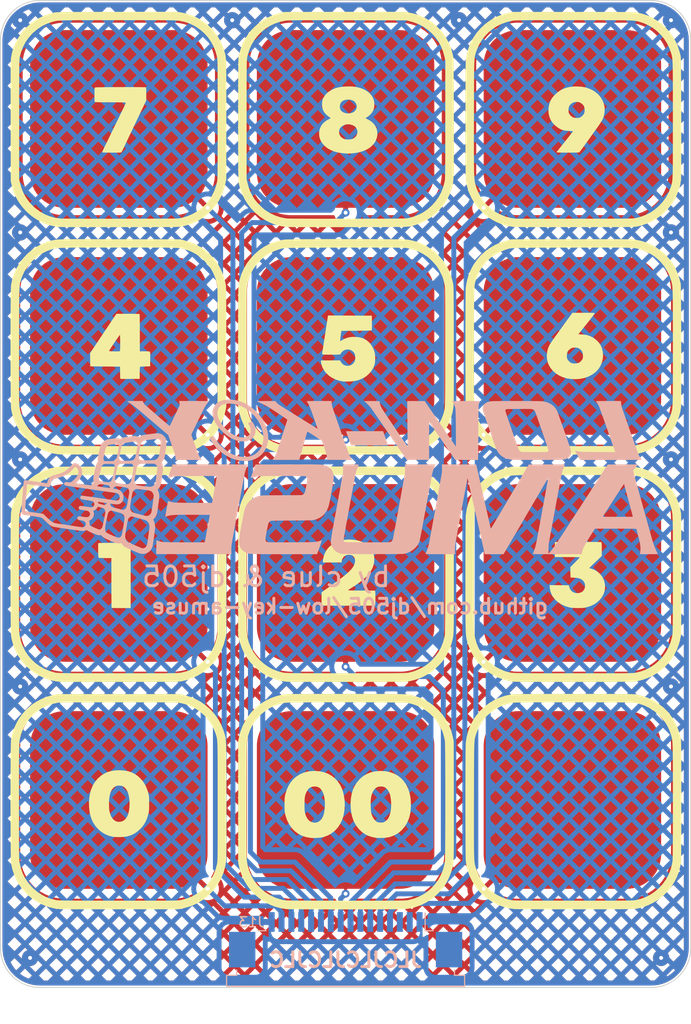
<source format=kicad_pcb>
(kicad_pcb (version 20221018) (generator pcbnew)
  (layers (0 "F.Cu" signal) (31 "B.Cu" signal) (34 "B.Paste" user) (35 "F.Paste" user) (36 "B.SilkS" user "B.Silkscreen") (37 "F.SilkS" user "F.Silkscreen") (38 "B.Mask" user) (39 "F.Mask" user) (44 "Edge.Cuts" user))
  (net 0 "")
  (net 1 "Net-(J1-Pin_1)")
  (net 2 "Net-(J13-Pin_13)")
  (net 3 "Net-(J13-Pin_14)")
  (net 4 "Net-(J13-Pin_15)")
  (net 5 "Net-(J13-Pin_11)")
  (net 6 "Net-(J13-Pin_10)")
  (net 7 "Net-(J13-Pin_8)")
  (net 8 "Net-(J13-Pin_9)")
  (net 9 "Net-(J13-Pin_7)")
  (net 10 "Net-(J10-Pin_1)")
  (net 11 "GND")
  (net 12 "Net-(J11-Pin_1)")
  (net 13 "Net-(J12-Pin_1)")
  (footprint "Connector_Wire:SolderWirePad_1x01_SMD_5x10mm" (layer "F.Cu") (at 166 85)
    (fp_text reference "J10" hide)
    (fp_text value "Conn_01x01")
    (pad "1" smd roundrect (at 0 0) (size 18 18) (layers "F.Cu") (roundrect_rratio 0.1944444444) (net 10 "Net-(J10-Pin_1)") (clearance 1))
  )
  (footprint "Connector_Wire:SolderWirePad_1x01_SMD_5x10mm" (layer "F.Cu") (at 143 85)
    (fp_text reference "J6" hide)
    (fp_text value "Conn_01x01")
    (pad "1" smd roundrect (at 0 0) (size 18 18) (layers "F.Cu") (roundrect_rratio 0.1944444444) (net 6 "Net-(J13-Pin_10)") (clearance 1))
  )
  (footprint "Silkscreen:Keypad_Silkscreen" (layer "F.Cu") (at 143 96.6)
    (fp_text reference "G***" hide)
    (fp_text value "LOGO" hide)
  )
  (footprint "Connector_Wire:SolderWirePad_1x01_SMD_5x10mm" (layer "F.Cu") (at 143 131)
    (fp_text reference "J8" hide)
    (fp_text value "Conn_01x01")
    (pad "1" smd roundrect (at 0 0) (size 18 18) (layers "F.Cu") (roundrect_rratio 0.1944444444) (net 8 "Net-(J13-Pin_9)") (clearance 1))
  )
  (footprint "Connector_Wire:SolderWirePad_1x01_SMD_5x10mm" (layer "F.Cu") (at 166 62)
    (fp_text reference "J9" hide)
    (fp_text value "Conn_01x01")
    (pad "1" smd roundrect (at 0 0) (size 18 18) (layers "F.Cu") (roundrect_rratio 0.1944444444) (net 9 "Net-(J13-Pin_7)"))
  )
  (footprint "Connector_Wire:SolderWirePad_1x01_SMD_5x10mm" (layer "F.Cu") (at 143 62)
    (fp_text reference "J5" hide)
    (fp_text value "Conn_01x01")
    (pad "1" smd roundrect (at 0 0) (size 18 18) (layers "F.Cu") (roundrect_rratio 0.1944444444) (net 5 "Net-(J13-Pin_11)"))
  )
  (footprint "Connector_Wire:SolderWirePad_1x01_SMD_5x10mm" (layer "F.Cu") (at 120 131)
    (fp_text reference "J4" hide)
    (fp_text value "Conn_01x01")
    (pad "1" smd roundrect (at 0 0) (size 18 18) (layers "F.Cu") (roundrect_rratio 0.1944444444) (net 4 "Net-(J13-Pin_15)") (clearance 1))
  )
  (footprint "Connector_Wire:SolderWirePad_1x01_SMD_5x10mm" (layer "F.Cu") (at 120 108)
    (fp_text reference "J3" hide)
    (fp_text value "Conn_01x01")
    (pad "1" smd roundrect (at 0 0) (size 18 18) (layers "F.Cu") (roundrect_rratio 0.1944444444) (net 3 "Net-(J13-Pin_14)") (clearance 1))
  )
  (footprint "Connector_Wire:SolderWirePad_1x01_SMD_5x10mm" (layer "F.Cu") (at 143 108)
    (fp_text reference "J7" hide)
    (fp_text value "Conn_01x01")
    (pad "1" smd roundrect (at 0 0) (size 18 18) (layers "F.Cu") (roundrect_rratio 0.1944444444) (net 7 "Net-(J13-Pin_8)") (clearance 1))
  )
  (footprint "Connector_Wire:SolderWirePad_1x01_SMD_5x10mm" (layer "F.Cu") (at 120 85)
    (fp_text reference "J2" hide)
    (fp_text value "Conn_01x01")
    (pad "1" smd roundrect (at 0 0) (size 18 18) (layers "F.Cu") (roundrect_rratio 0.1944444444) (net 2 "Net-(J13-Pin_13)") (clearance 1))
  )
  (footprint "Connector_Wire:SolderWirePad_1x01_SMD_5x10mm" (layer "F.Cu") (at 166 108)
    (fp_text reference "J11" hide)
    (fp_text value "Conn_01x01")
    (pad "1" smd roundrect (at 0 0) (size 18 18) (layers "F.Cu") (roundrect_rratio 0.1944444444) (net 12 "Net-(J11-Pin_1)") (clearance 1))
  )
  (footprint "Connector_Wire:SolderWirePad_1x01_SMD_5x10mm" (layer "F.Cu") (at 166 131)
    (fp_text reference "J12" hide)
    (fp_text value "Conn_01x01")
    (pad "1" smd roundrect (at 0 0) (size 18 18) (layers "F.Cu") (roundrect_rratio 0.1944444444) (net 13 "Net-(J12-Pin_1)") (clearance 1))
  )
  (footprint "Connector_Wire:SolderWirePad_1x01_SMD_5x10mm" (layer "F.Cu") (at 120 62)
    (fp_text reference "J1" hide)
    (fp_text value "Conn_01x01")
    (pad "1" smd roundrect (at 0 0) (size 18 18) (layers "F.Cu") (roundrect_rratio 0.1944444444) (net 1 "Net-(J1-Pin_1)"))
  )
  (footprint "Connector_FFC-FPC:TE_1-84952-6_1x16-1MP_P1.0mm_Horizontal" (layer "B.Cu") (at 143 145.161 180)
    (fp_text reference "J13" (at 9.523 1.778) (layer "B.SilkS") (effects (justify mirror)))
    (fp_text value "Conn_01x16")
    (pad "1" smd rect (at -7.5 1.8 180) (size 0.61 2) (layers "B.Cu" "B.Paste" "B.Mask") (net 11 "GND"))
    (pad "2" smd rect (at -6.5 1.8 180) (size 0.61 2) (layers "B.Cu" "B.Paste" "B.Mask"))
    (pad "3" smd rect (at -5.5 1.8 180) (size 0.61 2) (layers "B.Cu" "B.Paste" "B.Mask"))
    (pad "4" smd rect (at -4.5 1.8 180) (size 0.61 2) (layers "B.Cu" "B.Paste" "B.Mask") (net 13 "Net-(J12-Pin_1)"))
    (pad "5" smd rect (at -3.5 1.8 180) (size 0.61 2) (layers "B.Cu" "B.Paste" "B.Mask") (net 12 "Net-(J11-Pin_1)"))
    (pad "6" smd rect (at -2.5 1.8 180) (size 0.61 2) (layers "B.Cu" "B.Paste" "B.Mask") (net 10 "Net-(J10-Pin_1)"))
    (pad "7" smd rect (at -1.5 1.8 180) (size 0.61 2) (layers "B.Cu" "B.Paste" "B.Mask") (net 9 "Net-(J13-Pin_7)"))
    (pad "8" smd rect (at -0.5 1.8 180) (size 0.61 2) (layers "B.Cu" "B.Paste" "B.Mask") (net 7 "Net-(J13-Pin_8)"))
    (pad "9" smd rect (at 0.5 1.8 180) (size 0.61 2) (layers "B.Cu" "B.Paste" "B.Mask") (net 8 "Net-(J13-Pin_9)"))
    (pad "10" smd rect (at 1.5 1.8 180) (size 0.61 2) (layers "B.Cu" "B.Paste" "B.Mask") (net 6 "Net-(J13-Pin_10)"))
    (pad "11" smd rect (at 2.5 1.8 180) (size 0.61 2) (layers "B.Cu" "B.Paste" "B.Mask") (net 5 "Net-(J13-Pin_11)"))
    (pad "12" smd rect (at 3.5 1.8 180) (size 0.61 2) (layers "B.Cu" "B.Paste" "B.Mask") (net 1 "Net-(J1-Pin_1)"))
    (pad "13" smd rect (at 4.5 1.8 180) (size 0.61 2) (layers "B.Cu" "B.Paste" "B.Mask") (net 2 "Net-(J13-Pin_13)"))
    (pad "14" smd rect (at 5.5 1.8 180) (size 0.61 2) (layers "B.Cu" "B.Paste" "B.Mask") (net 3 "Net-(J13-Pin_14)"))
    (pad "15" smd rect (at 6.5 1.8 180) (size 0.61 2) (layers "B.Cu" "B.Paste" "B.Mask") (net 4 "Net-(J13-Pin_15)"))
    (pad "16" smd rect (at 7.5 1.8 180) (size 0.61 2) (layers "B.Cu" "B.Paste" "B.Mask") (net 11 "GND"))
    (pad "MP" smd rect (at -10.49 -1 180) (size 2.68 3.6) (layers "B.Cu" "B.Paste" "B.Mask"))
    (pad "MP" smd rect (at 10.49 -1 180) (size 2.68 3.6) (layers "B.Cu" "B.Paste" "B.Mask"))
  )
  (footprint "low-key-amuse:logo_large" (layer "B.Cu") (at 142.383503 98.245395 180)
    (fp_text reference "G***" hide)
    (fp_text value "LOGO" hide)
  )
  (gr_arc (start 174 50) (mid 176.828427 51.171573) (end 178 54) (stroke (width 0.1)) (layer "Edge.Cuts"))
  (gr_arc (start 108 54) (mid 109.171573 51.171573) (end 112 50) (stroke (width 0.1)) (layer "Edge.Cuts"))
  (gr_line (start 174 150) (end 112 150) (stroke (width 0.1)) (layer "Edge.Cuts"))
  (gr_line (start 178 54) (end 178 146) (stroke (width 0.1)) (layer "Edge.Cuts"))
  (gr_line (start 112 50) (end 174 50) (stroke (width 0.1)) (layer "Edge.Cuts"))
  (gr_arc (start 178 146) (mid 176.828427 148.828427) (end 174 150) (stroke (width 0.1)) (layer "Edge.Cuts"))
  (gr_arc (start 112 150) (mid 109.171573 148.828427) (end 108 146) (stroke (width 0.1)) (layer "Edge.Cuts"))
  (gr_line (start 108 146) (end 108 54) (stroke (width 0.1)) (layer "Edge.Cuts"))
  (gr_text "JLCJLCJLCJLC" (at 143.002 148.082) (layer "B.SilkS") (effects (font (size 1.5 1.5) (thickness 0.3) bold) (justify bottom mirror)))
  (gr_text "github.com/dj505/low-key-amuse" (at 163.703 112.268) (layer "B.SilkS") (effects (font (size 1.5 1.5) (thickness 0.3) bold) (justify left bottom mirror)))
  (gr_text "by clue & dj505" (at 147.717503 109.548394) (layer "B.SilkS") (effects (font (size 2 2) (thickness 0.3)) (justify left bottom mirror)))
  (segment (start 120 62) (end 129 71) (width 0.5) (layer "F.Cu") (net 1))
  (via (at 129 71) (size 0.8) (drill 0.4) (layers "F.Cu" "B.Cu") (net 1))
  (segment (start 129 71) (end 131.572 73.572) (width 0.5) (layer "B.Cu") (net 1))
  (segment (start 137.05905 139.065) (end 139.5 141.50595) (width 0.5) (layer "B.Cu") (net 1))
  (segment (start 133.604 139.065) (end 137.05905 139.065) (width 0.5) (layer "B.Cu") (net 1))
  (segment (start 139.5 141.50595) (end 139.5 143.361) (width 0.5) (layer "B.Cu") (net 1))
  (segment (start 131.572 137.033) (end 133.604 139.065) (width 0.5) (layer "B.Cu") (net 1))
  (segment (start 131.572 73.572) (end 131.572 137.033) (width 0.5) (layer "B.Cu") (net 1))
  (segment (start 120 85) (end 129 94) (width 0.5) (layer "F.Cu") (net 2))
  (via (at 129 94) (size 0.8) (drill 0.4) (layers "F.Cu" "B.Cu") (net 2))
  (segment (start 136.67805 139.954) (end 138.5 141.77595) (width 0.5) (layer "B.Cu") (net 2))
  (segment (start 129 94) (end 130.683 95.683) (width 0.5) (layer "B.Cu") (net 2))
  (segment (start 133.223 139.954) (end 136.67805 139.954) (width 0.5) (layer "B.Cu") (net 2))
  (segment (start 138.5 141.77595) (end 138.5 143.361) (width 0.5) (layer "B.Cu") (net 2))
  (segment (start 130.683 137.414) (end 133.223 139.954) (width 0.5) (layer "B.Cu") (net 2))
  (segment (start 130.683 95.683) (end 130.683 137.414) (width 0.5) (layer "B.Cu") (net 2))
  (segment (start 120 108) (end 129 117) (width 0.5) (layer "F.Cu") (net 3))
  (via (at 129 117) (size 0.8) (drill 0.4) (layers "F.Cu" "B.Cu") (net 3))
  (segment (start 129 117) (end 129.794 117.794) (width 0.5) (layer "B.Cu") (net 3))
  (segment (start 129.794 117.794) (end 129.794 137.922) (width 0.5) (layer "B.Cu") (net 3))
  (segment (start 137.5 142.072) (end 137.5 143.361) (width 0.5) (layer "B.Cu") (net 3))
  (segment (start 132.715 140.843) (end 136.271 140.843) (width 0.5) (layer "B.Cu") (net 3))
  (segment (start 136.271 140.843) (end 137.5 142.072) (width 0.5) (layer "B.Cu") (net 3))
  (segment (start 129.794 137.922) (end 132.715 140.843) (width 0.5) (layer "B.Cu") (net 3))
  (segment (start 120 131) (end 129 140) (width 0.5) (layer "F.Cu") (net 4))
  (via (at 129 140) (size 0.8) (drill 0.4) (layers "F.Cu" "B.Cu") (net 4))
  (segment (start 135.876 141.732) (end 136.5 142.356) (width 0.5) (layer "B.Cu") (net 4))
  (segment (start 136.5 142.356) (end 136.5 143.361) (width 0.5) (layer "B.Cu") (net 4))
  (segment (start 129 140) (end 130.732 141.732) (width 0.5) (layer "B.Cu") (net 4))
  (segment (start 130.732 141.732) (end 135.876 141.732) (width 0.5) (layer "B.Cu") (net 4))
  (segment (start 143 62) (end 143 71.5) (width 0.5) (layer "F.Cu") (net 5))
  (via (at 143 71.5) (size 0.8) (drill 0.4) (layers "F.Cu" "B.Cu") (net 5))
  (segment (start 142 72.5) (end 133.5 72.5) (width 0.5) (layer "B.Cu") (net 5))
  (segment (start 133.5 72.5) (end 132.461 73.539) (width 0.5) (layer "B.Cu") (net 5))
  (segment (start 133.985 138.176) (end 137.44005 138.176) (width 0.5) (layer "B.Cu") (net 5))
  (segment (start 132.461 73.539) (end 132.461 136.652) (width 0.5) (layer "B.Cu") (net 5))
  (segment (start 132.461 136.652) (end 133.985 138.176) (width 0.5) (layer "B.Cu") (net 5))
  (segment (start 143 71.5) (end 142 72.5) (width 0.5) (layer "B.Cu") (net 5))
  (segment (start 140.5 141.23595) (end 140.5 143.361) (width 0.5) (layer "B.Cu") (net 5))
  (segment (start 137.44005 138.176) (end 140.5 141.23595) (width 0.5) (layer "B.Cu") (net 5))
  (segment (start 143 94.5) (end 143 85) (width 0.5) (layer "F.Cu") (net 6))
  (via (at 143 94.5) (size 0.8) (drill 0.4) (layers "F.Cu" "B.Cu") (net 6))
  (segment (start 143 94.5) (end 142 95.5) (width 0.5) (layer "B.Cu") (net 6))
  (segment (start 133.35 96.4) (end 133.35 136.271) (width 0.5) (layer "B.Cu") (net 6))
  (segment (start 133.35 136.271) (end 134.366 137.287) (width 0.5) (layer "B.Cu") (net 6))
  (segment (start 142 95.5) (end 134.25 95.5) (width 0.5) (layer "B.Cu") (net 6))
  (segment (start 141.5 140.9285) (end 141.5 143.361) (width 0.5) (layer "B.Cu") (net 6))
  (segment (start 134.25 95.5) (end 133.35 96.4) (width 0.5) (layer "B.Cu") (net 6))
  (segment (start 134.366 137.287) (end 137.8585 137.287) (width 0.5) (layer "B.Cu") (net 6))
  (segment (start 137.8585 137.287) (end 141.5 140.9285) (width 0.5) (layer "B.Cu") (net 6))
  (segment (start 143 108) (end 143 117.5) (width 0.5) (layer "F.Cu") (net 7))
  (via (at 143 117.5) (size 0.8) (drill 0.4) (layers "F.Cu" "B.Cu") (net 7))
  (segment (start 143.5 141.361) (end 143.5 143.361) (width 0.5) (layer "B.Cu") (net 7))
  (segment (start 152.908 119.908) (end 152.908 136.271) (width 0.5) (layer "B.Cu") (net 7))
  (segment (start 147.574 137.287) (end 143.5 141.361) (width 0.5) (layer "B.Cu") (net 7))
  (segment (start 143 117.5) (end 144 118.5) (width 0.5) (layer "B.Cu") (net 7))
  (segment (start 144 118.5) (end 151.5 118.5) (width 0.5) (layer "B.Cu") (net 7))
  (segment (start 151.5 118.5) (end 152.908 119.908) (width 0.5) (layer "B.Cu") (net 7))
  (segment (start 152.908 136.271) (end 151.892 137.287) (width 0.5) (layer "B.Cu") (net 7))
  (segment (start 151.892 137.287) (end 147.574 137.287) (width 0.5) (layer "B.Cu") (net 7))
  (segment (start 143 131) (end 143 140.5) (width 0.3) (layer "F.Cu") (net 8))
  (via (at 143 140.5) (size 0.8) (drill 0.4) (layers "F.Cu" "B.Cu") (net 8))
  (segment (start 143 140.5) (end 142.5 141) (width 0.5) (layer "B.Cu") (net 8))
  (segment (start 142.5 141) (end 142.5 143.361) (width 0.5) (layer "B.Cu") (net 8))
  (segment (start 166 62) (end 157 71) (width 0.5) (layer "F.Cu") (net 9))
  (via (at 157 71) (size 0.8) (drill 0.4) (layers "F.Cu" "B.Cu") (net 9))
  (segment (start 144.5 141.758) (end 144.5 143.361) (width 0.5) (layer "B.Cu") (net 9))
  (segment (start 157 71) (end 153.9748 74.0252) (width 0.5) (layer "B.Cu") (net 9))
  (segment (start 152.3238 138.3792) (end 147.8788 138.3792) (width 0.5) (layer "B.Cu") (net 9))
  (segment (start 153.9748 74.0252) (end 153.9748 136.7282) (width 0.5) (layer "B.Cu") (net 9))
  (segment (start 153.9748 136.7282) (end 152.3238 138.3792) (width 0.5) (layer "B.Cu") (net 9))
  (segment (start 147.8788 138.3792) (end 144.5 141.758) (width 0.5) (layer "B.Cu") (net 9))
  (segment (start 166 85) (end 157 94) (width 0.5) (layer "F.Cu") (net 10))
  (via (at 157 94) (size 0.8) (drill 0.4) (layers "F.Cu" "B.Cu") (net 10))
  (segment (start 145.5 142.028) (end 145.5 143.361) (width 0.5) (layer "B.Cu") (net 10))
  (segment (start 148.0312 139.4968) (end 145.5 142.028) (width 0.5) (layer "B.Cu") (net 10))
  (segment (start 155.0924 95.9076) (end 155.0924 137.2616) (width 0.5) (layer "B.Cu") (net 10))
  (segment (start 152.8572 139.4968) (end 148.0312 139.4968) (width 0.5) (layer "B.Cu") (net 10))
  (segment (start 155.0924 137.2616) (end 152.8572 139.4968) (width 0.5) (layer "B.Cu") (net 10))
  (segment (start 157 94) (end 155.0924 95.9076) (width 0.5) (layer "B.Cu") (net 10))
  (via (at 110 73.5) (size 0.8) (drill 0.4) (layers "F.Cu" "B.Cu") (net 11))
  (via (at 154.5 52) (size 0.8) (drill 0.4) (layers "F.Cu" "B.Cu") (net 11))
  (via (at 176 52) (size 0.8) (drill 0.4) (layers "F.Cu" "B.Cu") (net 11))
  (via (at 176 73.5) (size 0.8) (drill 0.4) (layers "F.Cu" "B.Cu") (net 11))
  (via (at 110 96.5) (size 0.8) (drill 0.4) (layers "F.Cu" "B.Cu") (net 11))
  (via (at 176 96.5) (size 0.8) (drill 0.4) (layers "F.Cu" "B.Cu") (net 11))
  (via (at 110 52) (size 0.8) (drill 0.4) (layers "F.Cu" "B.Cu") (net 11))
  (via (at 131.5 52) (size 0.8) (drill 0.4) (layers "F.Cu" "B.Cu") (net 11))
  (via (at 111 147) (size 0.8) (drill 0.4) (layers "F.Cu" "B.Cu") (net 11))
  (via (at 110 119.5) (size 0.8) (drill 0.4) (layers "F.Cu" "B.Cu") (net 11))
  (via (at 176 119.5) (size 0.8) (drill 0.4) (layers "F.Cu" "B.Cu") (net 11))
  (via (at 175 147) (size 0.8) (drill 0.4) (layers "F.Cu" "B.Cu") (net 11))
  (segment (start 166 108) (end 157 117) (width 0.5) (layer "F.Cu") (net 12))
  (via (at 157 117) (size 0.8) (drill 0.4) (layers "F.Cu" "B.Cu") (net 12))
  (segment (start 153.4922 140.5128) (end 148.1872 140.5128) (width 0.5) (layer "B.Cu") (net 12))
  (segment (start 157 117) (end 156.21 117.79) (width 0.5) (layer "B.Cu") (net 12))
  (segment (start 156.21 117.79) (end 156.21 137.795) (width 0.5) (layer "B.Cu") (net 12))
  (segment (start 156.21 137.795) (end 153.4922 140.5128) (width 0.5) (layer "B.Cu") (net 12))
  (segment (start 148.1872 140.5128) (end 146.5 142.2) (width 0.5) (layer "B.Cu") (net 12))
  (segment (start 146.5 142.2) (end 146.5 143.361) (width 0.5) (layer "B.Cu") (net 12))
  (segment (start 166 131) (end 157 140) (width 0.5) (layer "F.Cu") (net 13))
  (via (at 157 140) (size 0.8) (drill 0.4) (layers "F.Cu" "B.Cu") (net 13))
  (segment (start 155.522 141.478) (end 148.378 141.478) (width 0.5) (layer "B.Cu") (net 13))
  (segment (start 148.378 141.478) (end 147.5 142.356) (width 0.5) (layer "B.Cu") (net 13))
  (segment (start 147.5 142.356) (end 147.5 143.361) (width 0.5) (layer "B.Cu") (net 13))
  (segment (start 157 140) (end 155.522 141.478) (width 0.5) (layer "B.Cu") (net 13))
  (zone (net 11) (net_name "GND") (layers "F&B.Cu") (name "GND") (connect_pads (clearance 0.75)) (min_thickness 0.254) (fill yes (mode hatch) (thermal_gap 0.508) (thermal_bridge_width 1) (hatch_thickness 0.5) (hatch_gap 1) (hatch_orientation 45) (hatch_border_algorithm hatch_thickness) (hatch_min_hole_area 0.3))
    (polygon (pts (xy 178 150) (xy 108 150) (xy 108 50) (xy 178 50)))
  )
)
</source>
